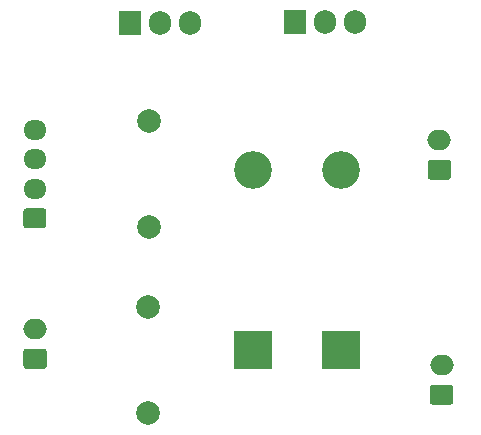
<source format=gbr>
%TF.GenerationSoftware,KiCad,Pcbnew,(5.1.10)-1*%
%TF.CreationDate,2022-05-05T15:35:37+01:00*%
%TF.ProjectId,solenoid_driver,736f6c65-6e6f-4696-945f-647269766572,rev?*%
%TF.SameCoordinates,Original*%
%TF.FileFunction,Copper,L1,Top*%
%TF.FilePolarity,Positive*%
%FSLAX46Y46*%
G04 Gerber Fmt 4.6, Leading zero omitted, Abs format (unit mm)*
G04 Created by KiCad (PCBNEW (5.1.10)-1) date 2022-05-05 15:35:37*
%MOMM*%
%LPD*%
G01*
G04 APERTURE LIST*
%TA.AperFunction,ComponentPad*%
%ADD10C,2.000000*%
%TD*%
%TA.AperFunction,ComponentPad*%
%ADD11O,1.950000X1.700000*%
%TD*%
%TA.AperFunction,ComponentPad*%
%ADD12R,3.200000X3.200000*%
%TD*%
%TA.AperFunction,ComponentPad*%
%ADD13O,3.200000X3.200000*%
%TD*%
%TA.AperFunction,ComponentPad*%
%ADD14O,2.000000X1.700000*%
%TD*%
%TA.AperFunction,ComponentPad*%
%ADD15O,1.905000X2.000000*%
%TD*%
%TA.AperFunction,ComponentPad*%
%ADD16R,1.905000X2.000000*%
%TD*%
G04 APERTURE END LIST*
D10*
%TO.P,R1,2*%
%TO.N,Net-(Q2-Pad1)*%
X126174500Y-92219000D03*
%TO.P,R1,1*%
%TO.N,solenoid1*%
X126174500Y-101219000D03*
%TD*%
D11*
%TO.P,J1,4*%
%TO.N,GND*%
X116500000Y-93000000D03*
%TO.P,J1,3*%
%TO.N,+5V*%
X116500000Y-95500000D03*
%TO.P,J1,2*%
%TO.N,solenoid2*%
X116500000Y-98000000D03*
%TO.P,J1,1*%
%TO.N,solenoid1*%
%TA.AperFunction,ComponentPad*%
G36*
G01*
X117225000Y-101350000D02*
X115775000Y-101350000D01*
G75*
G02*
X115525000Y-101100000I0J250000D01*
G01*
X115525000Y-99900000D01*
G75*
G02*
X115775000Y-99650000I250000J0D01*
G01*
X117225000Y-99650000D01*
G75*
G02*
X117475000Y-99900000I0J-250000D01*
G01*
X117475000Y-101100000D01*
G75*
G02*
X117225000Y-101350000I-250000J0D01*
G01*
G37*
%TD.AperFunction*%
%TD*%
D12*
%TO.P,D1,1*%
%TO.N,+12V*%
X142430500Y-111633000D03*
D13*
%TO.P,D1,2*%
%TO.N,Net-(D1-Pad2)*%
X142430500Y-96393000D03*
%TD*%
%TO.P,D2,2*%
%TO.N,Net-(D2-Pad2)*%
X134937500Y-96393000D03*
D12*
%TO.P,D2,1*%
%TO.N,+12V*%
X134937500Y-111633000D03*
%TD*%
%TO.P,J4,1*%
%TO.N,+12V*%
%TA.AperFunction,ComponentPad*%
G36*
G01*
X151499000Y-97243000D02*
X149999000Y-97243000D01*
G75*
G02*
X149749000Y-96993000I0J250000D01*
G01*
X149749000Y-95793000D01*
G75*
G02*
X149999000Y-95543000I250000J0D01*
G01*
X151499000Y-95543000D01*
G75*
G02*
X151749000Y-95793000I0J-250000D01*
G01*
X151749000Y-96993000D01*
G75*
G02*
X151499000Y-97243000I-250000J0D01*
G01*
G37*
%TD.AperFunction*%
D14*
%TO.P,J4,2*%
%TO.N,Net-(D2-Pad2)*%
X150749000Y-93893000D03*
%TD*%
D15*
%TO.P,Q1,3*%
%TO.N,GND*%
X143573500Y-83883500D03*
%TO.P,Q1,2*%
%TO.N,Net-(D1-Pad2)*%
X141033500Y-83883500D03*
D16*
%TO.P,Q1,1*%
%TO.N,Net-(Q1-Pad1)*%
X138493500Y-83883500D03*
%TD*%
%TO.P,Q2,1*%
%TO.N,Net-(Q2-Pad1)*%
X124587000Y-83947000D03*
D15*
%TO.P,Q2,2*%
%TO.N,Net-(D2-Pad2)*%
X127127000Y-83947000D03*
%TO.P,Q2,3*%
%TO.N,GND*%
X129667000Y-83947000D03*
%TD*%
D10*
%TO.P,R2,1*%
%TO.N,solenoid2*%
X126111000Y-116967000D03*
%TO.P,R2,2*%
%TO.N,Net-(Q1-Pad1)*%
X126111000Y-107967000D03*
%TD*%
%TO.P,J2,1*%
%TO.N,+12V*%
%TA.AperFunction,ComponentPad*%
G36*
G01*
X117272500Y-113245000D02*
X115772500Y-113245000D01*
G75*
G02*
X115522500Y-112995000I0J250000D01*
G01*
X115522500Y-111795000D01*
G75*
G02*
X115772500Y-111545000I250000J0D01*
G01*
X117272500Y-111545000D01*
G75*
G02*
X117522500Y-111795000I0J-250000D01*
G01*
X117522500Y-112995000D01*
G75*
G02*
X117272500Y-113245000I-250000J0D01*
G01*
G37*
%TD.AperFunction*%
D14*
%TO.P,J2,2*%
%TO.N,GND*%
X116522500Y-109895000D03*
%TD*%
%TO.P,J3,2*%
%TO.N,Net-(D1-Pad2)*%
X150939500Y-112943000D03*
%TO.P,J3,1*%
%TO.N,+12V*%
%TA.AperFunction,ComponentPad*%
G36*
G01*
X151689500Y-116293000D02*
X150189500Y-116293000D01*
G75*
G02*
X149939500Y-116043000I0J250000D01*
G01*
X149939500Y-114843000D01*
G75*
G02*
X150189500Y-114593000I250000J0D01*
G01*
X151689500Y-114593000D01*
G75*
G02*
X151939500Y-114843000I0J-250000D01*
G01*
X151939500Y-116043000D01*
G75*
G02*
X151689500Y-116293000I-250000J0D01*
G01*
G37*
%TD.AperFunction*%
%TD*%
M02*

</source>
